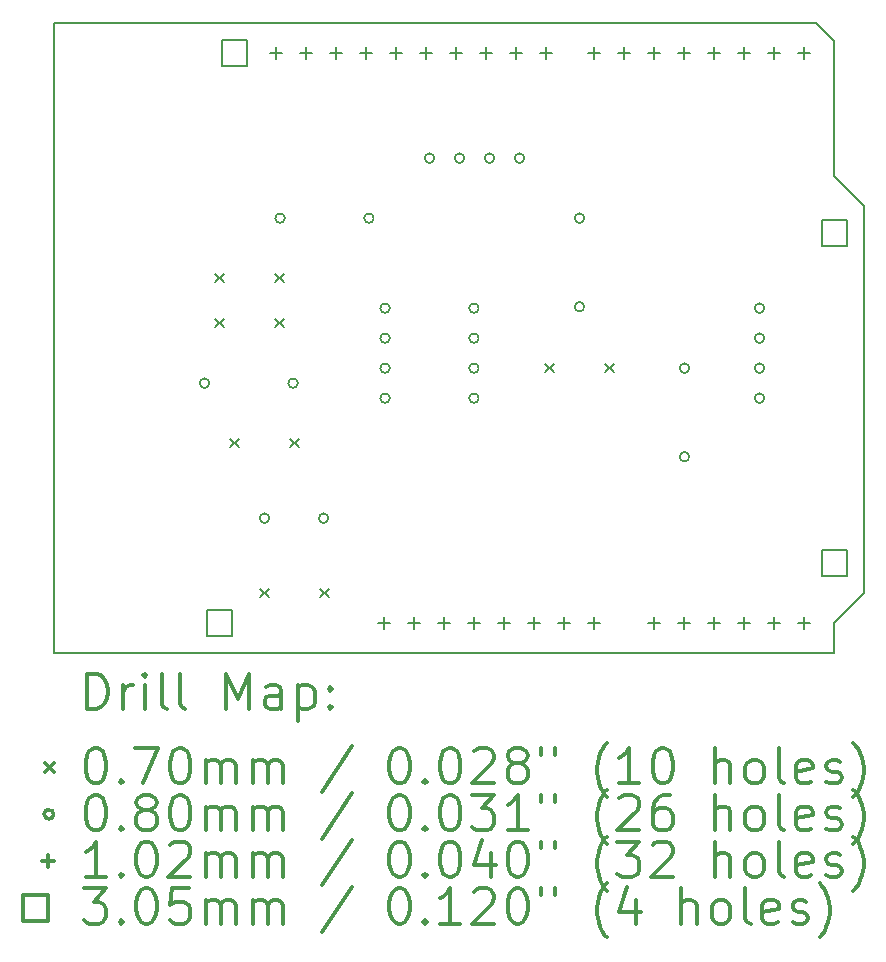
<source format=gbr>
%FSLAX45Y45*%
G04 Gerber Fmt 4.5, Leading zero omitted, Abs format (unit mm)*
G04 Created by KiCad (PCBNEW (5.1.2)-2) date 2021-03-05 11:54:55*
%MOMM*%
%LPD*%
G04 APERTURE LIST*
%ADD10C,0.150000*%
%ADD11C,0.200000*%
%ADD12C,0.300000*%
G04 APERTURE END LIST*
D10*
X17703800Y-7454900D02*
X17551400Y-7302500D01*
X17703800Y-8597900D02*
X17703800Y-7454900D01*
X17957800Y-8851900D02*
X17703800Y-8597900D01*
X17957800Y-12128500D02*
X17957800Y-8851900D01*
X17703800Y-12382500D02*
X17957800Y-12128500D01*
X17703800Y-12636500D02*
X17703800Y-12382500D01*
X11099800Y-12636500D02*
X17703800Y-12636500D01*
X11099800Y-7302500D02*
X11099800Y-12636500D01*
X17551400Y-7302500D02*
X11099800Y-7302500D01*
D11*
X12969800Y-9807500D02*
X13039800Y-9877500D01*
X13039800Y-9807500D02*
X12969800Y-9877500D01*
X12588800Y-10823500D02*
X12658800Y-10893500D01*
X12658800Y-10823500D02*
X12588800Y-10893500D01*
X12842800Y-12093500D02*
X12912800Y-12163500D01*
X12912800Y-12093500D02*
X12842800Y-12163500D01*
X13350800Y-12093500D02*
X13420800Y-12163500D01*
X13420800Y-12093500D02*
X13350800Y-12163500D01*
X12461800Y-9426500D02*
X12531800Y-9496500D01*
X12531800Y-9426500D02*
X12461800Y-9496500D01*
X12969800Y-9426500D02*
X13039800Y-9496500D01*
X13039800Y-9426500D02*
X12969800Y-9496500D01*
X12461800Y-9807500D02*
X12531800Y-9877500D01*
X12531800Y-9807500D02*
X12461800Y-9877500D01*
X13096800Y-10823500D02*
X13166800Y-10893500D01*
X13166800Y-10823500D02*
X13096800Y-10893500D01*
X15255800Y-10188500D02*
X15325800Y-10258500D01*
X15325800Y-10188500D02*
X15255800Y-10258500D01*
X15763800Y-10188500D02*
X15833800Y-10258500D01*
X15833800Y-10188500D02*
X15763800Y-10258500D01*
X13938800Y-9715500D02*
G75*
G03X13938800Y-9715500I-40000J0D01*
G01*
X13938800Y-9969500D02*
G75*
G03X13938800Y-9969500I-40000J0D01*
G01*
X13938800Y-10223500D02*
G75*
G03X13938800Y-10223500I-40000J0D01*
G01*
X13938800Y-10477500D02*
G75*
G03X13938800Y-10477500I-40000J0D01*
G01*
X14690800Y-9715500D02*
G75*
G03X14690800Y-9715500I-40000J0D01*
G01*
X14690800Y-9969500D02*
G75*
G03X14690800Y-9969500I-40000J0D01*
G01*
X14690800Y-10223500D02*
G75*
G03X14690800Y-10223500I-40000J0D01*
G01*
X14690800Y-10477500D02*
G75*
G03X14690800Y-10477500I-40000J0D01*
G01*
X12409800Y-10350500D02*
G75*
G03X12409800Y-10350500I-40000J0D01*
G01*
X13159800Y-10350500D02*
G75*
G03X13159800Y-10350500I-40000J0D01*
G01*
X17108800Y-9715500D02*
G75*
G03X17108800Y-9715500I-40000J0D01*
G01*
X17108800Y-9969500D02*
G75*
G03X17108800Y-9969500I-40000J0D01*
G01*
X17108800Y-10223500D02*
G75*
G03X17108800Y-10223500I-40000J0D01*
G01*
X17108800Y-10477500D02*
G75*
G03X17108800Y-10477500I-40000J0D01*
G01*
X16473800Y-10223500D02*
G75*
G03X16473800Y-10223500I-40000J0D01*
G01*
X16473800Y-10973500D02*
G75*
G03X16473800Y-10973500I-40000J0D01*
G01*
X12917800Y-11493500D02*
G75*
G03X12917800Y-11493500I-40000J0D01*
G01*
X13417800Y-11493500D02*
G75*
G03X13417800Y-11493500I-40000J0D01*
G01*
X13049800Y-8953500D02*
G75*
G03X13049800Y-8953500I-40000J0D01*
G01*
X13801800Y-8953500D02*
G75*
G03X13801800Y-8953500I-40000J0D01*
G01*
X14314800Y-8445500D02*
G75*
G03X14314800Y-8445500I-40000J0D01*
G01*
X14568800Y-8445500D02*
G75*
G03X14568800Y-8445500I-40000J0D01*
G01*
X14822800Y-8445500D02*
G75*
G03X14822800Y-8445500I-40000J0D01*
G01*
X15076800Y-8445500D02*
G75*
G03X15076800Y-8445500I-40000J0D01*
G01*
X15584800Y-8953500D02*
G75*
G03X15584800Y-8953500I-40000J0D01*
G01*
X15584800Y-9703500D02*
G75*
G03X15584800Y-9703500I-40000J0D01*
G01*
X16179800Y-12331700D02*
X16179800Y-12433300D01*
X16129000Y-12382500D02*
X16230600Y-12382500D01*
X16433800Y-12331700D02*
X16433800Y-12433300D01*
X16383000Y-12382500D02*
X16484600Y-12382500D01*
X16687800Y-12331700D02*
X16687800Y-12433300D01*
X16637000Y-12382500D02*
X16738600Y-12382500D01*
X16941800Y-12331700D02*
X16941800Y-12433300D01*
X16891000Y-12382500D02*
X16992600Y-12382500D01*
X17195800Y-12331700D02*
X17195800Y-12433300D01*
X17145000Y-12382500D02*
X17246600Y-12382500D01*
X17449800Y-12331700D02*
X17449800Y-12433300D01*
X17399000Y-12382500D02*
X17500600Y-12382500D01*
X15671800Y-7505700D02*
X15671800Y-7607300D01*
X15621000Y-7556500D02*
X15722600Y-7556500D01*
X15925800Y-7505700D02*
X15925800Y-7607300D01*
X15875000Y-7556500D02*
X15976600Y-7556500D01*
X16179800Y-7505700D02*
X16179800Y-7607300D01*
X16129000Y-7556500D02*
X16230600Y-7556500D01*
X16433800Y-7505700D02*
X16433800Y-7607300D01*
X16383000Y-7556500D02*
X16484600Y-7556500D01*
X16687800Y-7505700D02*
X16687800Y-7607300D01*
X16637000Y-7556500D02*
X16738600Y-7556500D01*
X16941800Y-7505700D02*
X16941800Y-7607300D01*
X16891000Y-7556500D02*
X16992600Y-7556500D01*
X17195800Y-7505700D02*
X17195800Y-7607300D01*
X17145000Y-7556500D02*
X17246600Y-7556500D01*
X17449800Y-7505700D02*
X17449800Y-7607300D01*
X17399000Y-7556500D02*
X17500600Y-7556500D01*
X13893800Y-12331700D02*
X13893800Y-12433300D01*
X13843000Y-12382500D02*
X13944600Y-12382500D01*
X14147800Y-12331700D02*
X14147800Y-12433300D01*
X14097000Y-12382500D02*
X14198600Y-12382500D01*
X14401800Y-12331700D02*
X14401800Y-12433300D01*
X14351000Y-12382500D02*
X14452600Y-12382500D01*
X14655800Y-12331700D02*
X14655800Y-12433300D01*
X14605000Y-12382500D02*
X14706600Y-12382500D01*
X14909800Y-12331700D02*
X14909800Y-12433300D01*
X14859000Y-12382500D02*
X14960600Y-12382500D01*
X15163800Y-12331700D02*
X15163800Y-12433300D01*
X15113000Y-12382500D02*
X15214600Y-12382500D01*
X15417800Y-12331700D02*
X15417800Y-12433300D01*
X15367000Y-12382500D02*
X15468600Y-12382500D01*
X15671800Y-12331700D02*
X15671800Y-12433300D01*
X15621000Y-12382500D02*
X15722600Y-12382500D01*
X12979400Y-7505700D02*
X12979400Y-7607300D01*
X12928600Y-7556500D02*
X13030200Y-7556500D01*
X13233400Y-7505700D02*
X13233400Y-7607300D01*
X13182600Y-7556500D02*
X13284200Y-7556500D01*
X13487400Y-7505700D02*
X13487400Y-7607300D01*
X13436600Y-7556500D02*
X13538200Y-7556500D01*
X13741400Y-7505700D02*
X13741400Y-7607300D01*
X13690600Y-7556500D02*
X13792200Y-7556500D01*
X13995400Y-7505700D02*
X13995400Y-7607300D01*
X13944600Y-7556500D02*
X14046200Y-7556500D01*
X14249400Y-7505700D02*
X14249400Y-7607300D01*
X14198600Y-7556500D02*
X14300200Y-7556500D01*
X14503400Y-7505700D02*
X14503400Y-7607300D01*
X14452600Y-7556500D02*
X14554200Y-7556500D01*
X14757400Y-7505700D02*
X14757400Y-7607300D01*
X14706600Y-7556500D02*
X14808200Y-7556500D01*
X15011400Y-7505700D02*
X15011400Y-7607300D01*
X14960600Y-7556500D02*
X15062200Y-7556500D01*
X15265400Y-7505700D02*
X15265400Y-7607300D01*
X15214600Y-7556500D02*
X15316200Y-7556500D01*
X17811564Y-11982264D02*
X17811564Y-11766736D01*
X17596036Y-11766736D01*
X17596036Y-11982264D01*
X17811564Y-11982264D01*
X12604564Y-12490264D02*
X12604564Y-12274736D01*
X12389036Y-12274736D01*
X12389036Y-12490264D01*
X12604564Y-12490264D01*
X12731564Y-7664264D02*
X12731564Y-7448736D01*
X12516036Y-7448736D01*
X12516036Y-7664264D01*
X12731564Y-7664264D01*
X17811564Y-9188264D02*
X17811564Y-8972736D01*
X17596036Y-8972736D01*
X17596036Y-9188264D01*
X17811564Y-9188264D01*
D12*
X11378728Y-13109714D02*
X11378728Y-12809714D01*
X11450157Y-12809714D01*
X11493014Y-12824000D01*
X11521586Y-12852571D01*
X11535871Y-12881143D01*
X11550157Y-12938286D01*
X11550157Y-12981143D01*
X11535871Y-13038286D01*
X11521586Y-13066857D01*
X11493014Y-13095429D01*
X11450157Y-13109714D01*
X11378728Y-13109714D01*
X11678728Y-13109714D02*
X11678728Y-12909714D01*
X11678728Y-12966857D02*
X11693014Y-12938286D01*
X11707300Y-12924000D01*
X11735871Y-12909714D01*
X11764443Y-12909714D01*
X11864443Y-13109714D02*
X11864443Y-12909714D01*
X11864443Y-12809714D02*
X11850157Y-12824000D01*
X11864443Y-12838286D01*
X11878728Y-12824000D01*
X11864443Y-12809714D01*
X11864443Y-12838286D01*
X12050157Y-13109714D02*
X12021586Y-13095429D01*
X12007300Y-13066857D01*
X12007300Y-12809714D01*
X12207300Y-13109714D02*
X12178728Y-13095429D01*
X12164443Y-13066857D01*
X12164443Y-12809714D01*
X12550157Y-13109714D02*
X12550157Y-12809714D01*
X12650157Y-13024000D01*
X12750157Y-12809714D01*
X12750157Y-13109714D01*
X13021586Y-13109714D02*
X13021586Y-12952571D01*
X13007300Y-12924000D01*
X12978728Y-12909714D01*
X12921586Y-12909714D01*
X12893014Y-12924000D01*
X13021586Y-13095429D02*
X12993014Y-13109714D01*
X12921586Y-13109714D01*
X12893014Y-13095429D01*
X12878728Y-13066857D01*
X12878728Y-13038286D01*
X12893014Y-13009714D01*
X12921586Y-12995429D01*
X12993014Y-12995429D01*
X13021586Y-12981143D01*
X13164443Y-12909714D02*
X13164443Y-13209714D01*
X13164443Y-12924000D02*
X13193014Y-12909714D01*
X13250157Y-12909714D01*
X13278728Y-12924000D01*
X13293014Y-12938286D01*
X13307300Y-12966857D01*
X13307300Y-13052571D01*
X13293014Y-13081143D01*
X13278728Y-13095429D01*
X13250157Y-13109714D01*
X13193014Y-13109714D01*
X13164443Y-13095429D01*
X13435871Y-13081143D02*
X13450157Y-13095429D01*
X13435871Y-13109714D01*
X13421586Y-13095429D01*
X13435871Y-13081143D01*
X13435871Y-13109714D01*
X13435871Y-12924000D02*
X13450157Y-12938286D01*
X13435871Y-12952571D01*
X13421586Y-12938286D01*
X13435871Y-12924000D01*
X13435871Y-12952571D01*
X11022300Y-13569000D02*
X11092300Y-13639000D01*
X11092300Y-13569000D02*
X11022300Y-13639000D01*
X11435871Y-13439714D02*
X11464443Y-13439714D01*
X11493014Y-13454000D01*
X11507300Y-13468286D01*
X11521586Y-13496857D01*
X11535871Y-13554000D01*
X11535871Y-13625429D01*
X11521586Y-13682571D01*
X11507300Y-13711143D01*
X11493014Y-13725429D01*
X11464443Y-13739714D01*
X11435871Y-13739714D01*
X11407300Y-13725429D01*
X11393014Y-13711143D01*
X11378728Y-13682571D01*
X11364443Y-13625429D01*
X11364443Y-13554000D01*
X11378728Y-13496857D01*
X11393014Y-13468286D01*
X11407300Y-13454000D01*
X11435871Y-13439714D01*
X11664443Y-13711143D02*
X11678728Y-13725429D01*
X11664443Y-13739714D01*
X11650157Y-13725429D01*
X11664443Y-13711143D01*
X11664443Y-13739714D01*
X11778728Y-13439714D02*
X11978728Y-13439714D01*
X11850157Y-13739714D01*
X12150157Y-13439714D02*
X12178728Y-13439714D01*
X12207300Y-13454000D01*
X12221586Y-13468286D01*
X12235871Y-13496857D01*
X12250157Y-13554000D01*
X12250157Y-13625429D01*
X12235871Y-13682571D01*
X12221586Y-13711143D01*
X12207300Y-13725429D01*
X12178728Y-13739714D01*
X12150157Y-13739714D01*
X12121586Y-13725429D01*
X12107300Y-13711143D01*
X12093014Y-13682571D01*
X12078728Y-13625429D01*
X12078728Y-13554000D01*
X12093014Y-13496857D01*
X12107300Y-13468286D01*
X12121586Y-13454000D01*
X12150157Y-13439714D01*
X12378728Y-13739714D02*
X12378728Y-13539714D01*
X12378728Y-13568286D02*
X12393014Y-13554000D01*
X12421586Y-13539714D01*
X12464443Y-13539714D01*
X12493014Y-13554000D01*
X12507300Y-13582571D01*
X12507300Y-13739714D01*
X12507300Y-13582571D02*
X12521586Y-13554000D01*
X12550157Y-13539714D01*
X12593014Y-13539714D01*
X12621586Y-13554000D01*
X12635871Y-13582571D01*
X12635871Y-13739714D01*
X12778728Y-13739714D02*
X12778728Y-13539714D01*
X12778728Y-13568286D02*
X12793014Y-13554000D01*
X12821586Y-13539714D01*
X12864443Y-13539714D01*
X12893014Y-13554000D01*
X12907300Y-13582571D01*
X12907300Y-13739714D01*
X12907300Y-13582571D02*
X12921586Y-13554000D01*
X12950157Y-13539714D01*
X12993014Y-13539714D01*
X13021586Y-13554000D01*
X13035871Y-13582571D01*
X13035871Y-13739714D01*
X13621586Y-13425429D02*
X13364443Y-13811143D01*
X14007300Y-13439714D02*
X14035871Y-13439714D01*
X14064443Y-13454000D01*
X14078728Y-13468286D01*
X14093014Y-13496857D01*
X14107300Y-13554000D01*
X14107300Y-13625429D01*
X14093014Y-13682571D01*
X14078728Y-13711143D01*
X14064443Y-13725429D01*
X14035871Y-13739714D01*
X14007300Y-13739714D01*
X13978728Y-13725429D01*
X13964443Y-13711143D01*
X13950157Y-13682571D01*
X13935871Y-13625429D01*
X13935871Y-13554000D01*
X13950157Y-13496857D01*
X13964443Y-13468286D01*
X13978728Y-13454000D01*
X14007300Y-13439714D01*
X14235871Y-13711143D02*
X14250157Y-13725429D01*
X14235871Y-13739714D01*
X14221586Y-13725429D01*
X14235871Y-13711143D01*
X14235871Y-13739714D01*
X14435871Y-13439714D02*
X14464443Y-13439714D01*
X14493014Y-13454000D01*
X14507300Y-13468286D01*
X14521586Y-13496857D01*
X14535871Y-13554000D01*
X14535871Y-13625429D01*
X14521586Y-13682571D01*
X14507300Y-13711143D01*
X14493014Y-13725429D01*
X14464443Y-13739714D01*
X14435871Y-13739714D01*
X14407300Y-13725429D01*
X14393014Y-13711143D01*
X14378728Y-13682571D01*
X14364443Y-13625429D01*
X14364443Y-13554000D01*
X14378728Y-13496857D01*
X14393014Y-13468286D01*
X14407300Y-13454000D01*
X14435871Y-13439714D01*
X14650157Y-13468286D02*
X14664443Y-13454000D01*
X14693014Y-13439714D01*
X14764443Y-13439714D01*
X14793014Y-13454000D01*
X14807300Y-13468286D01*
X14821586Y-13496857D01*
X14821586Y-13525429D01*
X14807300Y-13568286D01*
X14635871Y-13739714D01*
X14821586Y-13739714D01*
X14993014Y-13568286D02*
X14964443Y-13554000D01*
X14950157Y-13539714D01*
X14935871Y-13511143D01*
X14935871Y-13496857D01*
X14950157Y-13468286D01*
X14964443Y-13454000D01*
X14993014Y-13439714D01*
X15050157Y-13439714D01*
X15078728Y-13454000D01*
X15093014Y-13468286D01*
X15107300Y-13496857D01*
X15107300Y-13511143D01*
X15093014Y-13539714D01*
X15078728Y-13554000D01*
X15050157Y-13568286D01*
X14993014Y-13568286D01*
X14964443Y-13582571D01*
X14950157Y-13596857D01*
X14935871Y-13625429D01*
X14935871Y-13682571D01*
X14950157Y-13711143D01*
X14964443Y-13725429D01*
X14993014Y-13739714D01*
X15050157Y-13739714D01*
X15078728Y-13725429D01*
X15093014Y-13711143D01*
X15107300Y-13682571D01*
X15107300Y-13625429D01*
X15093014Y-13596857D01*
X15078728Y-13582571D01*
X15050157Y-13568286D01*
X15221586Y-13439714D02*
X15221586Y-13496857D01*
X15335871Y-13439714D02*
X15335871Y-13496857D01*
X15778728Y-13854000D02*
X15764443Y-13839714D01*
X15735871Y-13796857D01*
X15721586Y-13768286D01*
X15707300Y-13725429D01*
X15693014Y-13654000D01*
X15693014Y-13596857D01*
X15707300Y-13525429D01*
X15721586Y-13482571D01*
X15735871Y-13454000D01*
X15764443Y-13411143D01*
X15778728Y-13396857D01*
X16050157Y-13739714D02*
X15878728Y-13739714D01*
X15964443Y-13739714D02*
X15964443Y-13439714D01*
X15935871Y-13482571D01*
X15907300Y-13511143D01*
X15878728Y-13525429D01*
X16235871Y-13439714D02*
X16264443Y-13439714D01*
X16293014Y-13454000D01*
X16307300Y-13468286D01*
X16321586Y-13496857D01*
X16335871Y-13554000D01*
X16335871Y-13625429D01*
X16321586Y-13682571D01*
X16307300Y-13711143D01*
X16293014Y-13725429D01*
X16264443Y-13739714D01*
X16235871Y-13739714D01*
X16207300Y-13725429D01*
X16193014Y-13711143D01*
X16178728Y-13682571D01*
X16164443Y-13625429D01*
X16164443Y-13554000D01*
X16178728Y-13496857D01*
X16193014Y-13468286D01*
X16207300Y-13454000D01*
X16235871Y-13439714D01*
X16693014Y-13739714D02*
X16693014Y-13439714D01*
X16821586Y-13739714D02*
X16821586Y-13582571D01*
X16807300Y-13554000D01*
X16778728Y-13539714D01*
X16735871Y-13539714D01*
X16707300Y-13554000D01*
X16693014Y-13568286D01*
X17007300Y-13739714D02*
X16978728Y-13725429D01*
X16964443Y-13711143D01*
X16950157Y-13682571D01*
X16950157Y-13596857D01*
X16964443Y-13568286D01*
X16978728Y-13554000D01*
X17007300Y-13539714D01*
X17050157Y-13539714D01*
X17078728Y-13554000D01*
X17093014Y-13568286D01*
X17107300Y-13596857D01*
X17107300Y-13682571D01*
X17093014Y-13711143D01*
X17078728Y-13725429D01*
X17050157Y-13739714D01*
X17007300Y-13739714D01*
X17278728Y-13739714D02*
X17250157Y-13725429D01*
X17235871Y-13696857D01*
X17235871Y-13439714D01*
X17507300Y-13725429D02*
X17478728Y-13739714D01*
X17421586Y-13739714D01*
X17393014Y-13725429D01*
X17378728Y-13696857D01*
X17378728Y-13582571D01*
X17393014Y-13554000D01*
X17421586Y-13539714D01*
X17478728Y-13539714D01*
X17507300Y-13554000D01*
X17521586Y-13582571D01*
X17521586Y-13611143D01*
X17378728Y-13639714D01*
X17635871Y-13725429D02*
X17664443Y-13739714D01*
X17721586Y-13739714D01*
X17750157Y-13725429D01*
X17764443Y-13696857D01*
X17764443Y-13682571D01*
X17750157Y-13654000D01*
X17721586Y-13639714D01*
X17678728Y-13639714D01*
X17650157Y-13625429D01*
X17635871Y-13596857D01*
X17635871Y-13582571D01*
X17650157Y-13554000D01*
X17678728Y-13539714D01*
X17721586Y-13539714D01*
X17750157Y-13554000D01*
X17864443Y-13854000D02*
X17878728Y-13839714D01*
X17907300Y-13796857D01*
X17921586Y-13768286D01*
X17935871Y-13725429D01*
X17950157Y-13654000D01*
X17950157Y-13596857D01*
X17935871Y-13525429D01*
X17921586Y-13482571D01*
X17907300Y-13454000D01*
X17878728Y-13411143D01*
X17864443Y-13396857D01*
X11092300Y-14000000D02*
G75*
G03X11092300Y-14000000I-40000J0D01*
G01*
X11435871Y-13835714D02*
X11464443Y-13835714D01*
X11493014Y-13850000D01*
X11507300Y-13864286D01*
X11521586Y-13892857D01*
X11535871Y-13950000D01*
X11535871Y-14021429D01*
X11521586Y-14078571D01*
X11507300Y-14107143D01*
X11493014Y-14121429D01*
X11464443Y-14135714D01*
X11435871Y-14135714D01*
X11407300Y-14121429D01*
X11393014Y-14107143D01*
X11378728Y-14078571D01*
X11364443Y-14021429D01*
X11364443Y-13950000D01*
X11378728Y-13892857D01*
X11393014Y-13864286D01*
X11407300Y-13850000D01*
X11435871Y-13835714D01*
X11664443Y-14107143D02*
X11678728Y-14121429D01*
X11664443Y-14135714D01*
X11650157Y-14121429D01*
X11664443Y-14107143D01*
X11664443Y-14135714D01*
X11850157Y-13964286D02*
X11821586Y-13950000D01*
X11807300Y-13935714D01*
X11793014Y-13907143D01*
X11793014Y-13892857D01*
X11807300Y-13864286D01*
X11821586Y-13850000D01*
X11850157Y-13835714D01*
X11907300Y-13835714D01*
X11935871Y-13850000D01*
X11950157Y-13864286D01*
X11964443Y-13892857D01*
X11964443Y-13907143D01*
X11950157Y-13935714D01*
X11935871Y-13950000D01*
X11907300Y-13964286D01*
X11850157Y-13964286D01*
X11821586Y-13978571D01*
X11807300Y-13992857D01*
X11793014Y-14021429D01*
X11793014Y-14078571D01*
X11807300Y-14107143D01*
X11821586Y-14121429D01*
X11850157Y-14135714D01*
X11907300Y-14135714D01*
X11935871Y-14121429D01*
X11950157Y-14107143D01*
X11964443Y-14078571D01*
X11964443Y-14021429D01*
X11950157Y-13992857D01*
X11935871Y-13978571D01*
X11907300Y-13964286D01*
X12150157Y-13835714D02*
X12178728Y-13835714D01*
X12207300Y-13850000D01*
X12221586Y-13864286D01*
X12235871Y-13892857D01*
X12250157Y-13950000D01*
X12250157Y-14021429D01*
X12235871Y-14078571D01*
X12221586Y-14107143D01*
X12207300Y-14121429D01*
X12178728Y-14135714D01*
X12150157Y-14135714D01*
X12121586Y-14121429D01*
X12107300Y-14107143D01*
X12093014Y-14078571D01*
X12078728Y-14021429D01*
X12078728Y-13950000D01*
X12093014Y-13892857D01*
X12107300Y-13864286D01*
X12121586Y-13850000D01*
X12150157Y-13835714D01*
X12378728Y-14135714D02*
X12378728Y-13935714D01*
X12378728Y-13964286D02*
X12393014Y-13950000D01*
X12421586Y-13935714D01*
X12464443Y-13935714D01*
X12493014Y-13950000D01*
X12507300Y-13978571D01*
X12507300Y-14135714D01*
X12507300Y-13978571D02*
X12521586Y-13950000D01*
X12550157Y-13935714D01*
X12593014Y-13935714D01*
X12621586Y-13950000D01*
X12635871Y-13978571D01*
X12635871Y-14135714D01*
X12778728Y-14135714D02*
X12778728Y-13935714D01*
X12778728Y-13964286D02*
X12793014Y-13950000D01*
X12821586Y-13935714D01*
X12864443Y-13935714D01*
X12893014Y-13950000D01*
X12907300Y-13978571D01*
X12907300Y-14135714D01*
X12907300Y-13978571D02*
X12921586Y-13950000D01*
X12950157Y-13935714D01*
X12993014Y-13935714D01*
X13021586Y-13950000D01*
X13035871Y-13978571D01*
X13035871Y-14135714D01*
X13621586Y-13821429D02*
X13364443Y-14207143D01*
X14007300Y-13835714D02*
X14035871Y-13835714D01*
X14064443Y-13850000D01*
X14078728Y-13864286D01*
X14093014Y-13892857D01*
X14107300Y-13950000D01*
X14107300Y-14021429D01*
X14093014Y-14078571D01*
X14078728Y-14107143D01*
X14064443Y-14121429D01*
X14035871Y-14135714D01*
X14007300Y-14135714D01*
X13978728Y-14121429D01*
X13964443Y-14107143D01*
X13950157Y-14078571D01*
X13935871Y-14021429D01*
X13935871Y-13950000D01*
X13950157Y-13892857D01*
X13964443Y-13864286D01*
X13978728Y-13850000D01*
X14007300Y-13835714D01*
X14235871Y-14107143D02*
X14250157Y-14121429D01*
X14235871Y-14135714D01*
X14221586Y-14121429D01*
X14235871Y-14107143D01*
X14235871Y-14135714D01*
X14435871Y-13835714D02*
X14464443Y-13835714D01*
X14493014Y-13850000D01*
X14507300Y-13864286D01*
X14521586Y-13892857D01*
X14535871Y-13950000D01*
X14535871Y-14021429D01*
X14521586Y-14078571D01*
X14507300Y-14107143D01*
X14493014Y-14121429D01*
X14464443Y-14135714D01*
X14435871Y-14135714D01*
X14407300Y-14121429D01*
X14393014Y-14107143D01*
X14378728Y-14078571D01*
X14364443Y-14021429D01*
X14364443Y-13950000D01*
X14378728Y-13892857D01*
X14393014Y-13864286D01*
X14407300Y-13850000D01*
X14435871Y-13835714D01*
X14635871Y-13835714D02*
X14821586Y-13835714D01*
X14721586Y-13950000D01*
X14764443Y-13950000D01*
X14793014Y-13964286D01*
X14807300Y-13978571D01*
X14821586Y-14007143D01*
X14821586Y-14078571D01*
X14807300Y-14107143D01*
X14793014Y-14121429D01*
X14764443Y-14135714D01*
X14678728Y-14135714D01*
X14650157Y-14121429D01*
X14635871Y-14107143D01*
X15107300Y-14135714D02*
X14935871Y-14135714D01*
X15021586Y-14135714D02*
X15021586Y-13835714D01*
X14993014Y-13878571D01*
X14964443Y-13907143D01*
X14935871Y-13921429D01*
X15221586Y-13835714D02*
X15221586Y-13892857D01*
X15335871Y-13835714D02*
X15335871Y-13892857D01*
X15778728Y-14250000D02*
X15764443Y-14235714D01*
X15735871Y-14192857D01*
X15721586Y-14164286D01*
X15707300Y-14121429D01*
X15693014Y-14050000D01*
X15693014Y-13992857D01*
X15707300Y-13921429D01*
X15721586Y-13878571D01*
X15735871Y-13850000D01*
X15764443Y-13807143D01*
X15778728Y-13792857D01*
X15878728Y-13864286D02*
X15893014Y-13850000D01*
X15921586Y-13835714D01*
X15993014Y-13835714D01*
X16021586Y-13850000D01*
X16035871Y-13864286D01*
X16050157Y-13892857D01*
X16050157Y-13921429D01*
X16035871Y-13964286D01*
X15864443Y-14135714D01*
X16050157Y-14135714D01*
X16307300Y-13835714D02*
X16250157Y-13835714D01*
X16221586Y-13850000D01*
X16207300Y-13864286D01*
X16178728Y-13907143D01*
X16164443Y-13964286D01*
X16164443Y-14078571D01*
X16178728Y-14107143D01*
X16193014Y-14121429D01*
X16221586Y-14135714D01*
X16278728Y-14135714D01*
X16307300Y-14121429D01*
X16321586Y-14107143D01*
X16335871Y-14078571D01*
X16335871Y-14007143D01*
X16321586Y-13978571D01*
X16307300Y-13964286D01*
X16278728Y-13950000D01*
X16221586Y-13950000D01*
X16193014Y-13964286D01*
X16178728Y-13978571D01*
X16164443Y-14007143D01*
X16693014Y-14135714D02*
X16693014Y-13835714D01*
X16821586Y-14135714D02*
X16821586Y-13978571D01*
X16807300Y-13950000D01*
X16778728Y-13935714D01*
X16735871Y-13935714D01*
X16707300Y-13950000D01*
X16693014Y-13964286D01*
X17007300Y-14135714D02*
X16978728Y-14121429D01*
X16964443Y-14107143D01*
X16950157Y-14078571D01*
X16950157Y-13992857D01*
X16964443Y-13964286D01*
X16978728Y-13950000D01*
X17007300Y-13935714D01*
X17050157Y-13935714D01*
X17078728Y-13950000D01*
X17093014Y-13964286D01*
X17107300Y-13992857D01*
X17107300Y-14078571D01*
X17093014Y-14107143D01*
X17078728Y-14121429D01*
X17050157Y-14135714D01*
X17007300Y-14135714D01*
X17278728Y-14135714D02*
X17250157Y-14121429D01*
X17235871Y-14092857D01*
X17235871Y-13835714D01*
X17507300Y-14121429D02*
X17478728Y-14135714D01*
X17421586Y-14135714D01*
X17393014Y-14121429D01*
X17378728Y-14092857D01*
X17378728Y-13978571D01*
X17393014Y-13950000D01*
X17421586Y-13935714D01*
X17478728Y-13935714D01*
X17507300Y-13950000D01*
X17521586Y-13978571D01*
X17521586Y-14007143D01*
X17378728Y-14035714D01*
X17635871Y-14121429D02*
X17664443Y-14135714D01*
X17721586Y-14135714D01*
X17750157Y-14121429D01*
X17764443Y-14092857D01*
X17764443Y-14078571D01*
X17750157Y-14050000D01*
X17721586Y-14035714D01*
X17678728Y-14035714D01*
X17650157Y-14021429D01*
X17635871Y-13992857D01*
X17635871Y-13978571D01*
X17650157Y-13950000D01*
X17678728Y-13935714D01*
X17721586Y-13935714D01*
X17750157Y-13950000D01*
X17864443Y-14250000D02*
X17878728Y-14235714D01*
X17907300Y-14192857D01*
X17921586Y-14164286D01*
X17935871Y-14121429D01*
X17950157Y-14050000D01*
X17950157Y-13992857D01*
X17935871Y-13921429D01*
X17921586Y-13878571D01*
X17907300Y-13850000D01*
X17878728Y-13807143D01*
X17864443Y-13792857D01*
X11041500Y-14345200D02*
X11041500Y-14446800D01*
X10990700Y-14396000D02*
X11092300Y-14396000D01*
X11535871Y-14531714D02*
X11364443Y-14531714D01*
X11450157Y-14531714D02*
X11450157Y-14231714D01*
X11421586Y-14274571D01*
X11393014Y-14303143D01*
X11364443Y-14317429D01*
X11664443Y-14503143D02*
X11678728Y-14517429D01*
X11664443Y-14531714D01*
X11650157Y-14517429D01*
X11664443Y-14503143D01*
X11664443Y-14531714D01*
X11864443Y-14231714D02*
X11893014Y-14231714D01*
X11921586Y-14246000D01*
X11935871Y-14260286D01*
X11950157Y-14288857D01*
X11964443Y-14346000D01*
X11964443Y-14417429D01*
X11950157Y-14474571D01*
X11935871Y-14503143D01*
X11921586Y-14517429D01*
X11893014Y-14531714D01*
X11864443Y-14531714D01*
X11835871Y-14517429D01*
X11821586Y-14503143D01*
X11807300Y-14474571D01*
X11793014Y-14417429D01*
X11793014Y-14346000D01*
X11807300Y-14288857D01*
X11821586Y-14260286D01*
X11835871Y-14246000D01*
X11864443Y-14231714D01*
X12078728Y-14260286D02*
X12093014Y-14246000D01*
X12121586Y-14231714D01*
X12193014Y-14231714D01*
X12221586Y-14246000D01*
X12235871Y-14260286D01*
X12250157Y-14288857D01*
X12250157Y-14317429D01*
X12235871Y-14360286D01*
X12064443Y-14531714D01*
X12250157Y-14531714D01*
X12378728Y-14531714D02*
X12378728Y-14331714D01*
X12378728Y-14360286D02*
X12393014Y-14346000D01*
X12421586Y-14331714D01*
X12464443Y-14331714D01*
X12493014Y-14346000D01*
X12507300Y-14374571D01*
X12507300Y-14531714D01*
X12507300Y-14374571D02*
X12521586Y-14346000D01*
X12550157Y-14331714D01*
X12593014Y-14331714D01*
X12621586Y-14346000D01*
X12635871Y-14374571D01*
X12635871Y-14531714D01*
X12778728Y-14531714D02*
X12778728Y-14331714D01*
X12778728Y-14360286D02*
X12793014Y-14346000D01*
X12821586Y-14331714D01*
X12864443Y-14331714D01*
X12893014Y-14346000D01*
X12907300Y-14374571D01*
X12907300Y-14531714D01*
X12907300Y-14374571D02*
X12921586Y-14346000D01*
X12950157Y-14331714D01*
X12993014Y-14331714D01*
X13021586Y-14346000D01*
X13035871Y-14374571D01*
X13035871Y-14531714D01*
X13621586Y-14217429D02*
X13364443Y-14603143D01*
X14007300Y-14231714D02*
X14035871Y-14231714D01*
X14064443Y-14246000D01*
X14078728Y-14260286D01*
X14093014Y-14288857D01*
X14107300Y-14346000D01*
X14107300Y-14417429D01*
X14093014Y-14474571D01*
X14078728Y-14503143D01*
X14064443Y-14517429D01*
X14035871Y-14531714D01*
X14007300Y-14531714D01*
X13978728Y-14517429D01*
X13964443Y-14503143D01*
X13950157Y-14474571D01*
X13935871Y-14417429D01*
X13935871Y-14346000D01*
X13950157Y-14288857D01*
X13964443Y-14260286D01*
X13978728Y-14246000D01*
X14007300Y-14231714D01*
X14235871Y-14503143D02*
X14250157Y-14517429D01*
X14235871Y-14531714D01*
X14221586Y-14517429D01*
X14235871Y-14503143D01*
X14235871Y-14531714D01*
X14435871Y-14231714D02*
X14464443Y-14231714D01*
X14493014Y-14246000D01*
X14507300Y-14260286D01*
X14521586Y-14288857D01*
X14535871Y-14346000D01*
X14535871Y-14417429D01*
X14521586Y-14474571D01*
X14507300Y-14503143D01*
X14493014Y-14517429D01*
X14464443Y-14531714D01*
X14435871Y-14531714D01*
X14407300Y-14517429D01*
X14393014Y-14503143D01*
X14378728Y-14474571D01*
X14364443Y-14417429D01*
X14364443Y-14346000D01*
X14378728Y-14288857D01*
X14393014Y-14260286D01*
X14407300Y-14246000D01*
X14435871Y-14231714D01*
X14793014Y-14331714D02*
X14793014Y-14531714D01*
X14721586Y-14217429D02*
X14650157Y-14431714D01*
X14835871Y-14431714D01*
X15007300Y-14231714D02*
X15035871Y-14231714D01*
X15064443Y-14246000D01*
X15078728Y-14260286D01*
X15093014Y-14288857D01*
X15107300Y-14346000D01*
X15107300Y-14417429D01*
X15093014Y-14474571D01*
X15078728Y-14503143D01*
X15064443Y-14517429D01*
X15035871Y-14531714D01*
X15007300Y-14531714D01*
X14978728Y-14517429D01*
X14964443Y-14503143D01*
X14950157Y-14474571D01*
X14935871Y-14417429D01*
X14935871Y-14346000D01*
X14950157Y-14288857D01*
X14964443Y-14260286D01*
X14978728Y-14246000D01*
X15007300Y-14231714D01*
X15221586Y-14231714D02*
X15221586Y-14288857D01*
X15335871Y-14231714D02*
X15335871Y-14288857D01*
X15778728Y-14646000D02*
X15764443Y-14631714D01*
X15735871Y-14588857D01*
X15721586Y-14560286D01*
X15707300Y-14517429D01*
X15693014Y-14446000D01*
X15693014Y-14388857D01*
X15707300Y-14317429D01*
X15721586Y-14274571D01*
X15735871Y-14246000D01*
X15764443Y-14203143D01*
X15778728Y-14188857D01*
X15864443Y-14231714D02*
X16050157Y-14231714D01*
X15950157Y-14346000D01*
X15993014Y-14346000D01*
X16021586Y-14360286D01*
X16035871Y-14374571D01*
X16050157Y-14403143D01*
X16050157Y-14474571D01*
X16035871Y-14503143D01*
X16021586Y-14517429D01*
X15993014Y-14531714D01*
X15907300Y-14531714D01*
X15878728Y-14517429D01*
X15864443Y-14503143D01*
X16164443Y-14260286D02*
X16178728Y-14246000D01*
X16207300Y-14231714D01*
X16278728Y-14231714D01*
X16307300Y-14246000D01*
X16321586Y-14260286D01*
X16335871Y-14288857D01*
X16335871Y-14317429D01*
X16321586Y-14360286D01*
X16150157Y-14531714D01*
X16335871Y-14531714D01*
X16693014Y-14531714D02*
X16693014Y-14231714D01*
X16821586Y-14531714D02*
X16821586Y-14374571D01*
X16807300Y-14346000D01*
X16778728Y-14331714D01*
X16735871Y-14331714D01*
X16707300Y-14346000D01*
X16693014Y-14360286D01*
X17007300Y-14531714D02*
X16978728Y-14517429D01*
X16964443Y-14503143D01*
X16950157Y-14474571D01*
X16950157Y-14388857D01*
X16964443Y-14360286D01*
X16978728Y-14346000D01*
X17007300Y-14331714D01*
X17050157Y-14331714D01*
X17078728Y-14346000D01*
X17093014Y-14360286D01*
X17107300Y-14388857D01*
X17107300Y-14474571D01*
X17093014Y-14503143D01*
X17078728Y-14517429D01*
X17050157Y-14531714D01*
X17007300Y-14531714D01*
X17278728Y-14531714D02*
X17250157Y-14517429D01*
X17235871Y-14488857D01*
X17235871Y-14231714D01*
X17507300Y-14517429D02*
X17478728Y-14531714D01*
X17421586Y-14531714D01*
X17393014Y-14517429D01*
X17378728Y-14488857D01*
X17378728Y-14374571D01*
X17393014Y-14346000D01*
X17421586Y-14331714D01*
X17478728Y-14331714D01*
X17507300Y-14346000D01*
X17521586Y-14374571D01*
X17521586Y-14403143D01*
X17378728Y-14431714D01*
X17635871Y-14517429D02*
X17664443Y-14531714D01*
X17721586Y-14531714D01*
X17750157Y-14517429D01*
X17764443Y-14488857D01*
X17764443Y-14474571D01*
X17750157Y-14446000D01*
X17721586Y-14431714D01*
X17678728Y-14431714D01*
X17650157Y-14417429D01*
X17635871Y-14388857D01*
X17635871Y-14374571D01*
X17650157Y-14346000D01*
X17678728Y-14331714D01*
X17721586Y-14331714D01*
X17750157Y-14346000D01*
X17864443Y-14646000D02*
X17878728Y-14631714D01*
X17907300Y-14588857D01*
X17921586Y-14560286D01*
X17935871Y-14517429D01*
X17950157Y-14446000D01*
X17950157Y-14388857D01*
X17935871Y-14317429D01*
X17921586Y-14274571D01*
X17907300Y-14246000D01*
X17878728Y-14203143D01*
X17864443Y-14188857D01*
X11047664Y-14899764D02*
X11047664Y-14684236D01*
X10832136Y-14684236D01*
X10832136Y-14899764D01*
X11047664Y-14899764D01*
X11350157Y-14627714D02*
X11535871Y-14627714D01*
X11435871Y-14742000D01*
X11478728Y-14742000D01*
X11507300Y-14756286D01*
X11521586Y-14770571D01*
X11535871Y-14799143D01*
X11535871Y-14870571D01*
X11521586Y-14899143D01*
X11507300Y-14913429D01*
X11478728Y-14927714D01*
X11393014Y-14927714D01*
X11364443Y-14913429D01*
X11350157Y-14899143D01*
X11664443Y-14899143D02*
X11678728Y-14913429D01*
X11664443Y-14927714D01*
X11650157Y-14913429D01*
X11664443Y-14899143D01*
X11664443Y-14927714D01*
X11864443Y-14627714D02*
X11893014Y-14627714D01*
X11921586Y-14642000D01*
X11935871Y-14656286D01*
X11950157Y-14684857D01*
X11964443Y-14742000D01*
X11964443Y-14813429D01*
X11950157Y-14870571D01*
X11935871Y-14899143D01*
X11921586Y-14913429D01*
X11893014Y-14927714D01*
X11864443Y-14927714D01*
X11835871Y-14913429D01*
X11821586Y-14899143D01*
X11807300Y-14870571D01*
X11793014Y-14813429D01*
X11793014Y-14742000D01*
X11807300Y-14684857D01*
X11821586Y-14656286D01*
X11835871Y-14642000D01*
X11864443Y-14627714D01*
X12235871Y-14627714D02*
X12093014Y-14627714D01*
X12078728Y-14770571D01*
X12093014Y-14756286D01*
X12121586Y-14742000D01*
X12193014Y-14742000D01*
X12221586Y-14756286D01*
X12235871Y-14770571D01*
X12250157Y-14799143D01*
X12250157Y-14870571D01*
X12235871Y-14899143D01*
X12221586Y-14913429D01*
X12193014Y-14927714D01*
X12121586Y-14927714D01*
X12093014Y-14913429D01*
X12078728Y-14899143D01*
X12378728Y-14927714D02*
X12378728Y-14727714D01*
X12378728Y-14756286D02*
X12393014Y-14742000D01*
X12421586Y-14727714D01*
X12464443Y-14727714D01*
X12493014Y-14742000D01*
X12507300Y-14770571D01*
X12507300Y-14927714D01*
X12507300Y-14770571D02*
X12521586Y-14742000D01*
X12550157Y-14727714D01*
X12593014Y-14727714D01*
X12621586Y-14742000D01*
X12635871Y-14770571D01*
X12635871Y-14927714D01*
X12778728Y-14927714D02*
X12778728Y-14727714D01*
X12778728Y-14756286D02*
X12793014Y-14742000D01*
X12821586Y-14727714D01*
X12864443Y-14727714D01*
X12893014Y-14742000D01*
X12907300Y-14770571D01*
X12907300Y-14927714D01*
X12907300Y-14770571D02*
X12921586Y-14742000D01*
X12950157Y-14727714D01*
X12993014Y-14727714D01*
X13021586Y-14742000D01*
X13035871Y-14770571D01*
X13035871Y-14927714D01*
X13621586Y-14613429D02*
X13364443Y-14999143D01*
X14007300Y-14627714D02*
X14035871Y-14627714D01*
X14064443Y-14642000D01*
X14078728Y-14656286D01*
X14093014Y-14684857D01*
X14107300Y-14742000D01*
X14107300Y-14813429D01*
X14093014Y-14870571D01*
X14078728Y-14899143D01*
X14064443Y-14913429D01*
X14035871Y-14927714D01*
X14007300Y-14927714D01*
X13978728Y-14913429D01*
X13964443Y-14899143D01*
X13950157Y-14870571D01*
X13935871Y-14813429D01*
X13935871Y-14742000D01*
X13950157Y-14684857D01*
X13964443Y-14656286D01*
X13978728Y-14642000D01*
X14007300Y-14627714D01*
X14235871Y-14899143D02*
X14250157Y-14913429D01*
X14235871Y-14927714D01*
X14221586Y-14913429D01*
X14235871Y-14899143D01*
X14235871Y-14927714D01*
X14535871Y-14927714D02*
X14364443Y-14927714D01*
X14450157Y-14927714D02*
X14450157Y-14627714D01*
X14421586Y-14670571D01*
X14393014Y-14699143D01*
X14364443Y-14713429D01*
X14650157Y-14656286D02*
X14664443Y-14642000D01*
X14693014Y-14627714D01*
X14764443Y-14627714D01*
X14793014Y-14642000D01*
X14807300Y-14656286D01*
X14821586Y-14684857D01*
X14821586Y-14713429D01*
X14807300Y-14756286D01*
X14635871Y-14927714D01*
X14821586Y-14927714D01*
X15007300Y-14627714D02*
X15035871Y-14627714D01*
X15064443Y-14642000D01*
X15078728Y-14656286D01*
X15093014Y-14684857D01*
X15107300Y-14742000D01*
X15107300Y-14813429D01*
X15093014Y-14870571D01*
X15078728Y-14899143D01*
X15064443Y-14913429D01*
X15035871Y-14927714D01*
X15007300Y-14927714D01*
X14978728Y-14913429D01*
X14964443Y-14899143D01*
X14950157Y-14870571D01*
X14935871Y-14813429D01*
X14935871Y-14742000D01*
X14950157Y-14684857D01*
X14964443Y-14656286D01*
X14978728Y-14642000D01*
X15007300Y-14627714D01*
X15221586Y-14627714D02*
X15221586Y-14684857D01*
X15335871Y-14627714D02*
X15335871Y-14684857D01*
X15778728Y-15042000D02*
X15764443Y-15027714D01*
X15735871Y-14984857D01*
X15721586Y-14956286D01*
X15707300Y-14913429D01*
X15693014Y-14842000D01*
X15693014Y-14784857D01*
X15707300Y-14713429D01*
X15721586Y-14670571D01*
X15735871Y-14642000D01*
X15764443Y-14599143D01*
X15778728Y-14584857D01*
X16021586Y-14727714D02*
X16021586Y-14927714D01*
X15950157Y-14613429D02*
X15878728Y-14827714D01*
X16064443Y-14827714D01*
X16407300Y-14927714D02*
X16407300Y-14627714D01*
X16535871Y-14927714D02*
X16535871Y-14770571D01*
X16521586Y-14742000D01*
X16493014Y-14727714D01*
X16450157Y-14727714D01*
X16421586Y-14742000D01*
X16407300Y-14756286D01*
X16721586Y-14927714D02*
X16693014Y-14913429D01*
X16678728Y-14899143D01*
X16664443Y-14870571D01*
X16664443Y-14784857D01*
X16678728Y-14756286D01*
X16693014Y-14742000D01*
X16721586Y-14727714D01*
X16764443Y-14727714D01*
X16793014Y-14742000D01*
X16807300Y-14756286D01*
X16821586Y-14784857D01*
X16821586Y-14870571D01*
X16807300Y-14899143D01*
X16793014Y-14913429D01*
X16764443Y-14927714D01*
X16721586Y-14927714D01*
X16993014Y-14927714D02*
X16964443Y-14913429D01*
X16950157Y-14884857D01*
X16950157Y-14627714D01*
X17221586Y-14913429D02*
X17193014Y-14927714D01*
X17135871Y-14927714D01*
X17107300Y-14913429D01*
X17093014Y-14884857D01*
X17093014Y-14770571D01*
X17107300Y-14742000D01*
X17135871Y-14727714D01*
X17193014Y-14727714D01*
X17221586Y-14742000D01*
X17235871Y-14770571D01*
X17235871Y-14799143D01*
X17093014Y-14827714D01*
X17350157Y-14913429D02*
X17378728Y-14927714D01*
X17435871Y-14927714D01*
X17464443Y-14913429D01*
X17478728Y-14884857D01*
X17478728Y-14870571D01*
X17464443Y-14842000D01*
X17435871Y-14827714D01*
X17393014Y-14827714D01*
X17364443Y-14813429D01*
X17350157Y-14784857D01*
X17350157Y-14770571D01*
X17364443Y-14742000D01*
X17393014Y-14727714D01*
X17435871Y-14727714D01*
X17464443Y-14742000D01*
X17578728Y-15042000D02*
X17593014Y-15027714D01*
X17621586Y-14984857D01*
X17635871Y-14956286D01*
X17650157Y-14913429D01*
X17664443Y-14842000D01*
X17664443Y-14784857D01*
X17650157Y-14713429D01*
X17635871Y-14670571D01*
X17621586Y-14642000D01*
X17593014Y-14599143D01*
X17578728Y-14584857D01*
M02*

</source>
